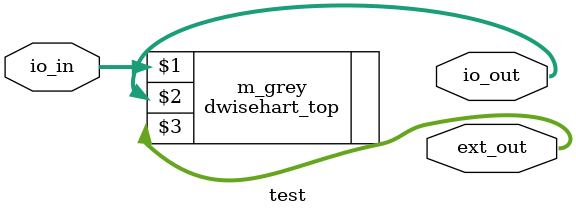
<source format=v>
`default_nettype none
`timescale 1ns/1ps

  module test
  (
   input [7:0]  io_in,
   output [7:0] io_out,
   output [1:0] ext_out
  );

   dwisehart_top m_grey( io_in, io_out, ext_out );

endmodule

</source>
